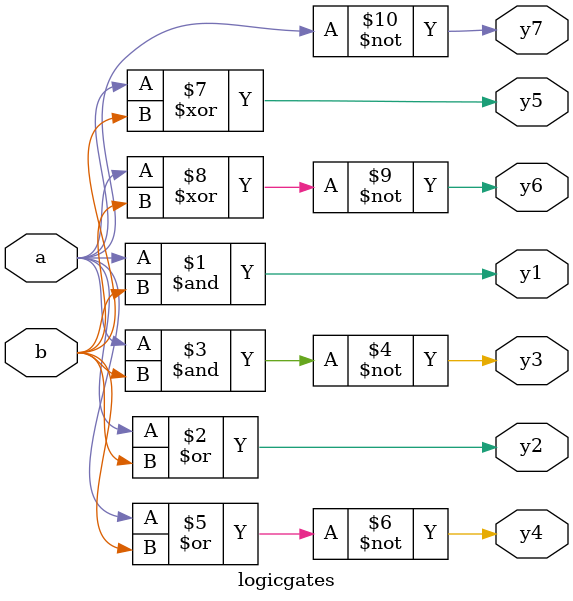
<source format=v>
`timescale 1ns / 1ps


module logicgates(a,b,y1,y2,y3,y4,y5,y6,y7);
input a,b;
output y1,y2,y3,y4,y5,y6,y7;

and(y1,a,b);
or(y2,a,b);
nand(y3,a,b);
nor(y4,a,b);
xor(y5,a,b);
xnor(y6,a,b);
not(y7,a);

endmodule

</source>
